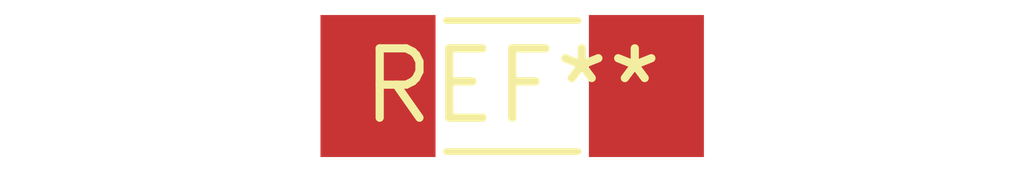
<source format=kicad_pcb>
(kicad_pcb (version 20240108) (generator pcbnew)
  (layers (0 "F.Cu" signal) (31 "B.Cu" signal) (34 "B.Paste" user) (35 "F.Paste" user) (36 "B.SilkS" user "B.Silkscreen") (37 "F.SilkS" user "F.Silkscreen") (38 "B.Mask" user) (39 "F.Mask" user) (44 "Edge.Cuts" user))
  (net 0 "")
  (footprint "R_MELF_MMB-0207" (layer "F.Cu") (at 0 0)
    (property "Reference" "REF**")
    (property "Value" "R_MELF_MMB-0207")
    (fp_line (start 1.2 -1.2) (end -1.2 -1.2) (layer "F.SilkS") (stroke (width 0.12)))
    (fp_line (start 1.2 1.2) (end -1.2 1.2) (layer "F.SilkS") (stroke (width 0.12)))
    (pad "1" smd rect (at -2.45 0) (size 2.1 2.6) (layers "F.Cu" "F.Paste" "F.Mask"))
    (pad "2" smd rect (at 2.45 0) (size 2.1 2.6) (layers "F.Cu" "F.Paste" "F.Mask"))
  )
)
</source>
